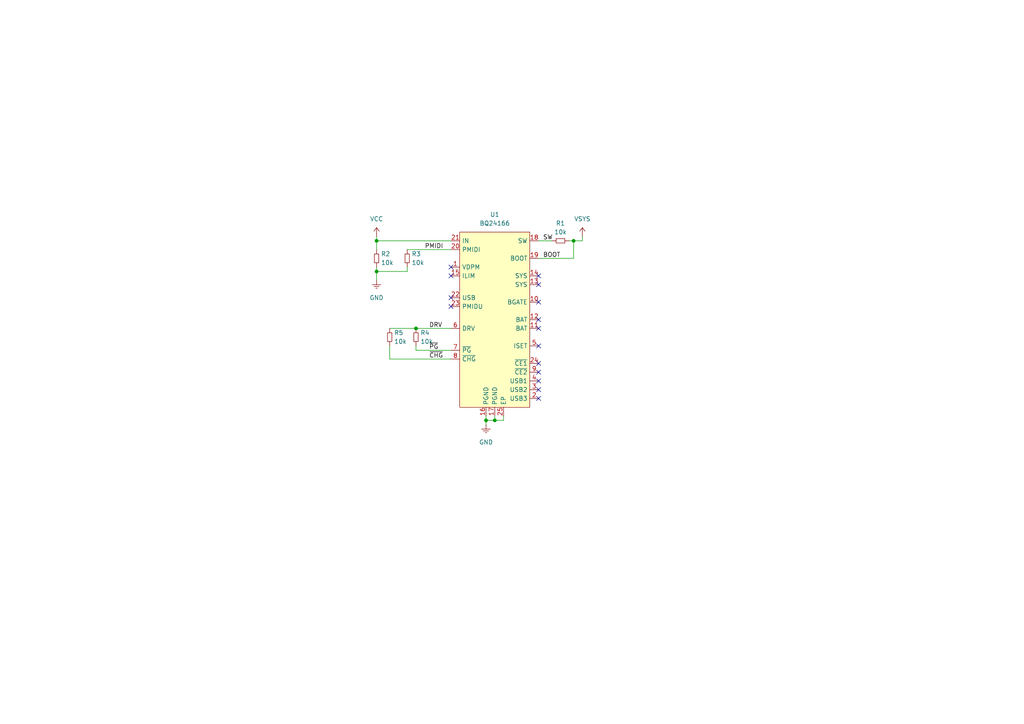
<source format=kicad_sch>
(kicad_sch (version 20231120) (generator "eeschema") (generator_version "8.0")
  (paper "A4")
  (lib_symbols
    (symbol "NGCL_IC-Power:BQ24166RGER" (pin_names (offset 0.635))
      (property "Reference" "U?" (at -9.144 26.416 0))
      (property "Value" "BQ24166" (at 6.096 26.416 0))
      (symbol "BQ24166RGER_1_1"
        (rectangle (start -10.16 25.4) (end 10.16 -25.4) (fill (type background)))
        (pin input line (at -12.7 15.24 0) (length 2.54) (name "VDPM") (number "1"))
        (pin output line (at 12.7 5.08 180) (length 2.54) (name "BGATE") (number "10"))
        (pin power_in line (at 12.7 -2.54 180) (length 2.54) (name "BAT") (number "11"))
        (pin power_in line (at 12.7 0 180) (length 2.54) (name "BAT") (number "12"))
        (pin input line (at 12.7 10.16 180) (length 2.54) (name "SYS") (number "13"))
        (pin input line (at 12.7 12.7 180) (length 2.54) (name "SYS") (number "14"))
        (pin input line (at -12.7 12.7 0) (length 2.54) (name "ILIM") (number "15"))
        (pin passive line (at -2.54 -27.94 90) (length 2.54) (name "PGND") (number "16"))
        (pin passive line (at 0 -27.94 90) (length 2.54) (name "PGND") (number "17"))
        (pin output line (at 12.7 22.86 180) (length 2.54) (name "SW") (number "18"))
        (pin input line (at 12.7 17.78 180) (length 2.54) (name "BOOT") (number "19"))
        (pin input line (at 12.7 -22.86 180) (length 2.54) (name "USB3") (number "2"))
        (pin output line (at -12.7 20.32 0) (length 2.54) (name "PMIDI") (number "20"))
        (pin power_in line (at -12.7 22.86 0) (length 2.54) (name "IN") (number "21"))
        (pin power_in line (at -12.7 6.35 0) (length 2.54) (name "USB") (number "22"))
        (pin output line (at -12.7 3.81 0) (length 2.54) (name "PMIDU") (number "23"))
        (pin input line (at 12.7 -12.7 180) (length 2.54) (name "~{CE1}") (number "24"))
        (pin passive line (at 2.54 -27.94 90) (length 2.54) (name "EP") (number "25"))
        (pin input line (at 12.7 -20.32 180) (length 2.54) (name "USB2") (number "3"))
        (pin input line (at 12.7 -17.78 180) (length 2.54) (name "USB1") (number "4"))
        (pin input line (at 12.7 -7.62 180) (length 2.54) (name "ISET") (number "5"))
        (pin output line (at -12.7 -2.54 0) (length 2.54) (name "DRV") (number "6"))
        (pin output line (at -12.7 -8.89 0) (length 2.54) (name "~{PG}") (number "7"))
        (pin output line (at -12.7 -11.43 0) (length 2.54) (name "~{CHG}") (number "8"))
        (pin input line (at 12.7 -15.24 180) (length 2.54) (name "~{CE2}") (number "9"))
      )
    )
    (symbol "NGCL_Passive:RES0603-10k-1" (pin_numbers hide) (pin_names (offset 0) hide)
      (property "Reference" "R?" (at 0 1.524 0))
      (property "Value" "10k" (at 0.254 -1.778 0))
      (symbol "RES0603-10k-1_0_1"
        (polyline (pts (xy -1.27 0.635) (xy -1.27 -0.635) (xy 1.27 -0.635) (xy 1.27 0.635) (xy -1.27 0.635)))
      )
      (symbol "RES0603-10k-1_1_1"
        (pin input line (at -2.54 0 0) (length 1.27) (name "1") (number "1"))
        (pin input line (at 2.54 0 180) (length 1.27) (name "2") (number "2"))
      )
    )
    (symbol "NGCL_Power-Symbols:GND" (power) (pin_names (offset 0)) (in_bom no) (on_board no)
      (property "Value" "GND" (at 0 -3.556 0))
      (symbol "GND_0_1"
        (polyline (pts (xy -1.27 -1.27) (xy 1.27 -1.27)))
        (polyline (pts (xy -0.762 -1.778) (xy 0.762 -1.778)))
        (polyline (pts (xy -0.254 -2.286) (xy 0.254 -2.286)))
        (polyline (pts (xy 0 -1.27) (xy 0 0)))
      )
      (symbol "GND_1_1"
        (pin power_in line (at 0 0 270) (length 2.54) hide (name "GND") (number "1"))
      )
    )
    (symbol "NGCL_Power-Symbols:VCC" (power) (pin_names (offset 0)) (in_bom no) (on_board no)
      (property "Value" "VCC" (at 0 3.556 0))
      (symbol "VCC_0_1"
        (polyline (pts (xy 0 0) (xy 0 2.54)))
        (polyline (pts (xy -0.762 1.524) (xy 0 2.54) (xy 0.762 1.524)))
      )
      (symbol "VCC_1_1"
        (pin power_in line (at 0 0 90) (length 2.54) hide (name "VCC") (number "1"))
      )
    )
    (symbol "NGCL_Power-Symbols:VSYS" (power) (pin_names (offset 0)) (in_bom no) (on_board no)
      (property "Value" "VSYS" (at 0 3.556 0))
      (symbol "VSYS_0_1"
        (polyline (pts (xy 0 0) (xy 0 2.54)))
        (polyline (pts (xy -0.762 1.524) (xy 0 2.54) (xy 0.762 1.524)))
      )
      (symbol "VSYS_1_1"
        (pin power_in line (at 0 0 90) (length 2.54) hide (name "VSYS") (number "1"))
      )
    )
  )
  (junction (at 166.37 69.85))
  (junction (at 120.65 95.25))
  (junction (at 109.22 69.85))
  (junction (at 143.51 121.92))
  (junction (at 109.22 78.74))
  (junction (at 140.97 121.92))
  (no_connect (at 130.81 88.9))
  (no_connect (at 156.21 107.95))
  (no_connect (at 156.21 82.55))
  (no_connect (at 156.21 105.41))
  (no_connect (at 156.21 115.57))
  (no_connect (at 156.21 110.49))
  (no_connect (at 130.81 77.47))
  (no_connect (at 130.81 80.01))
  (no_connect (at 130.81 86.36))
  (no_connect (at 156.21 100.33))
  (no_connect (at 156.21 92.71))
  (no_connect (at 156.21 113.03))
  (no_connect (at 156.21 95.25))
  (no_connect (at 156.21 80.01))
  (no_connect (at 156.21 87.63))
  (wire (pts (xy 143.51 120.65) (xy 143.51 121.92)))
  (wire (pts (xy 146.05 120.65) (xy 146.05 121.92)))
  (wire (pts (xy 140.97 121.92) (xy 140.97 123.19)))
  (wire (pts (xy 156.21 69.85) (xy 160.02 69.85)))
  (wire (pts (xy 166.37 69.85) (xy 165.1 69.85)))
  (wire (pts (xy 109.22 78.74) (xy 118.11 78.74)))
  (wire (pts (xy 109.22 69.85) (xy 130.81 69.85)))
  (wire (pts (xy 140.97 121.92) (xy 143.51 121.92)))
  (wire (pts (xy 109.22 78.74) (xy 109.22 81.28)))
  (wire (pts (xy 109.22 77.47) (xy 109.22 78.74)))
  (wire (pts (xy 168.91 68.58) (xy 168.91 69.85)))
  (wire (pts (xy 113.03 100.33) (xy 113.03 104.14)))
  (wire (pts (xy 156.21 74.93) (xy 166.37 74.93)))
  (wire (pts (xy 118.11 72.39) (xy 130.81 72.39)))
  (wire (pts (xy 118.11 77.47) (xy 118.11 78.74)))
  (wire (pts (xy 166.37 69.85) (xy 168.91 69.85)))
  (wire (pts (xy 140.97 120.65) (xy 140.97 121.92)))
  (wire (pts (xy 166.37 74.93) (xy 166.37 69.85)))
  (wire (pts (xy 109.22 69.85) (xy 109.22 72.39)))
  (wire (pts (xy 120.65 101.6) (xy 120.65 100.33)))
  (wire (pts (xy 143.51 121.92) (xy 146.05 121.92)))
  (wire (pts (xy 109.22 68.58) (xy 109.22 69.85)))
  (wire (pts (xy 113.03 95.25) (xy 120.65 95.25)))
  (wire (pts (xy 120.65 95.25) (xy 130.81 95.25)))
  (wire (pts (xy 130.81 101.6) (xy 120.65 101.6)))
  (wire (pts (xy 113.03 104.14) (xy 130.81 104.14)))
  (label "BOOT" (at 157.48 74.93 0))
  (label "~{CHG}" (at 124.46 104.14 0))
  (label "~{PG}" (at 124.46 101.6 0))
  (label "DRV" (at 124.46 95.25 0))
  (label "PMIDI" (at 123.19 72.39 0))
  (label "SW" (at 157.48 69.85 0))
  (symbol (lib_id "NGCL_Power-Symbols:GND") (at 109.22 81.28 0) (unit 1) (in_bom no) (on_board no)
    (property "Reference" "#PWR04" (effects (hide yes)))
    (property "Value" "GND" (at 109.22 86.36 0))
  )
  (symbol (lib_id "NGCL_Passive:RES0603-10k-1") (at 113.03 97.79 90) (unit 1)
    (property "Reference" "R5" (at 114.3 96.5199 90) (effects (justify right)))
    (property "Value" "10k" (at 114.3 99.0599 90) (effects (justify right)))
    (property "Footprint" "NGCL_Passive:RES0603" (effects (hide yes)))
    (property "Datasheet" "https://eu.mouser.com/datasheet/2/447/YAGEO_PYu_RC_Group_51_RoHS_L_12-3313492.pdf" (effects (hide yes)))
    (property "Description" "Resistor, 0603, 10k, 1%, 100mW" (effects (hide yes)))
    (property "Mfr." "YAGEO" (effects (hide yes)))
    (property "Mfr. No." "RC0603FR-0710KL" (effects (hide yes)))
    (property "Supplier" "Mouser" (effects (hide yes)))
    (property "Sup. No." "603-RC0603FR-0710KL" (effects (hide yes)))
    (property "URL" "https://eu.mouser.com/ProductDetail/YAGEO/RC0603FR-0710KL?qs=sGAEpiMZZMtlubZbdhIBIAhzU1Tw%252BHVakiDuQ4Zki0U%3D" (effects (hide yes)))
  )
  (symbol (lib_id "NGCL_Power-Symbols:VSYS") (at 168.91 68.58 0) (unit 1) (in_bom no) (on_board no)
    (property "Reference" "#PWR02" (effects (hide yes)))
    (property "Value" "VSYS" (at 168.91 63.5 0))
  )
  (symbol (lib_id "NGCL_IC-Power:BQ24166RGER") (at 143.51 92.71 0) (unit 1)
    (property "Reference" "U1" (at 143.51 62.23 0))
    (property "Value" "BQ24166" (at 143.51 64.77 0))
    (property "Footprint" "NGCL_IC-Power:QFN50P410X410X100-24P" (effects (hide yes)))
    (property "Datasheet" "https://www.ti.com/lit/ds/symlink/bq24166.pdf" (effects (hide yes)))
    (property "Description" "Li-Ion Battery Charger, Single Cell, 2,5A" (effects (hide yes)))
    (property "Mfr." "Texas Instruments" (effects (hide yes)))
    (property "Mfr. No." "BQ24166RGER" (effects (hide yes)))
    (property "Supplier" "Mouser" (effects (hide yes)))
    (property "Sup. No." "595-BQ24166RGER" (effects (hide yes)))
    (property "URL" "https://eu.mouser.com/ProductDetail/Texas-Instruments/BQ24166RGER?qs=63LrFSLv3u%252BNG%2F5wEYuQNQ%3D%3D" (effects (hide yes)))
  )
  (symbol (lib_id "NGCL_Power-Symbols:GND") (at 140.97 123.19 0) (unit 1) (in_bom no) (on_board no)
    (property "Reference" "#PWR01" (effects (hide yes)))
    (property "Value" "GND" (at 140.97 128.27 0))
  )
  (symbol (lib_id "NGCL_Passive:RES0603-10k-1") (at 118.11 74.93 90) (unit 1)
    (property "Reference" "R3" (at 119.38 73.6599 90) (effects (justify right)))
    (property "Value" "10k" (at 119.38 76.1999 90) (effects (justify right)))
    (property "Footprint" "NGCL_Passive:RES0603" (effects (hide yes)))
    (property "Datasheet" "https://eu.mouser.com/datasheet/2/447/YAGEO_PYu_RC_Group_51_RoHS_L_12-3313492.pdf" (effects (hide yes)))
    (property "Description" "Resistor, 0603, 10k, 1%, 100mW" (effects (hide yes)))
    (property "Mfr." "YAGEO" (effects (hide yes)))
    (property "Mfr. No." "RC0603FR-0710KL" (effects (hide yes)))
    (property "Supplier" "Mouser" (effects (hide yes)))
    (property "Sup. No." "603-RC0603FR-0710KL" (effects (hide yes)))
    (property "URL" "https://eu.mouser.com/ProductDetail/YAGEO/RC0603FR-0710KL?qs=sGAEpiMZZMtlubZbdhIBIAhzU1Tw%252BHVakiDuQ4Zki0U%3D" (effects (hide yes)))
  )
  (symbol (lib_id "NGCL_Passive:RES0603-10k-1") (at 162.56 69.85 180) (unit 1)
    (property "Reference" "R1" (at 162.56 64.77 0))
    (property "Value" "10k" (at 162.56 67.31 0))
    (property "Footprint" "NGCL_Passive:RES0603" (effects (hide yes)))
    (property "Datasheet" "https://eu.mouser.com/datasheet/2/447/YAGEO_PYu_RC_Group_51_RoHS_L_12-3313492.pdf" (effects (hide yes)))
    (property "Description" "Resistor, 0603, 10k, 1%, 100mW" (effects (hide yes)))
    (property "Mfr." "YAGEO" (effects (hide yes)))
    (property "Mfr. No." "RC0603FR-0710KL" (effects (hide yes)))
    (property "Supplier" "Mouser" (effects (hide yes)))
    (property "Sup. No." "603-RC0603FR-0710KL" (effects (hide yes)))
    (property "URL" "https://eu.mouser.com/ProductDetail/YAGEO/RC0603FR-0710KL?qs=sGAEpiMZZMtlubZbdhIBIAhzU1Tw%252BHVakiDuQ4Zki0U%3D" (effects (hide yes)))
  )
  (symbol (lib_id "NGCL_Power-Symbols:VCC") (at 109.22 68.58 0) (unit 1) (in_bom no) (on_board no)
    (property "Reference" "#PWR03" (effects (hide yes)))
    (property "Value" "VCC" (at 109.22 63.5 0))
  )
  (symbol (lib_id "NGCL_Passive:RES0603-10k-1") (at 120.65 97.79 90) (unit 1)
    (property "Reference" "R4" (at 121.92 96.5199 90) (effects (justify right)))
    (property "Value" "10k" (at 121.92 99.0599 90) (effects (justify right)))
    (property "Footprint" "NGCL_Passive:RES0603" (effects (hide yes)))
    (property "Datasheet" "https://eu.mouser.com/datasheet/2/447/YAGEO_PYu_RC_Group_51_RoHS_L_12-3313492.pdf" (effects (hide yes)))
    (property "Description" "Resistor, 0603, 10k, 1%, 100mW" (effects (hide yes)))
    (property "Mfr." "YAGEO" (effects (hide yes)))
    (property "Mfr. No." "RC0603FR-0710KL" (effects (hide yes)))
    (property "Supplier" "Mouser" (effects (hide yes)))
    (property "Sup. No." "603-RC0603FR-0710KL" (effects (hide yes)))
    (property "URL" "https://eu.mouser.com/ProductDetail/YAGEO/RC0603FR-0710KL?qs=sGAEpiMZZMtlubZbdhIBIAhzU1Tw%252BHVakiDuQ4Zki0U%3D" (effects (hide yes)))
  )
  (symbol (lib_id "NGCL_Passive:RES0603-10k-1") (at 109.22 74.93 90) (unit 1)
    (property "Reference" "R2" (at 110.49 73.6599 90) (effects (justify right)))
    (property "Value" "10k" (at 110.49 76.1999 90) (effects (justify right)))
    (property "Footprint" "NGCL_Passive:RES0603" (effects (hide yes)))
    (property "Datasheet" "https://eu.mouser.com/datasheet/2/447/YAGEO_PYu_RC_Group_51_RoHS_L_12-3313492.pdf" (effects (hide yes)))
    (property "Description" "Resistor, 0603, 10k, 1%, 100mW" (effects (hide yes)))
    (property "Mfr." "YAGEO" (effects (hide yes)))
    (property "Mfr. No." "RC0603FR-0710KL" (effects (hide yes)))
    (property "Supplier" "Mouser" (effects (hide yes)))
    (property "Sup. No." "603-RC0603FR-0710KL" (effects (hide yes)))
    (property "URL" "https://eu.mouser.com/ProductDetail/YAGEO/RC0603FR-0710KL?qs=sGAEpiMZZMtlubZbdhIBIAhzU1Tw%252BHVakiDuQ4Zki0U%3D" (effects (hide yes)))
  )
)
</source>
